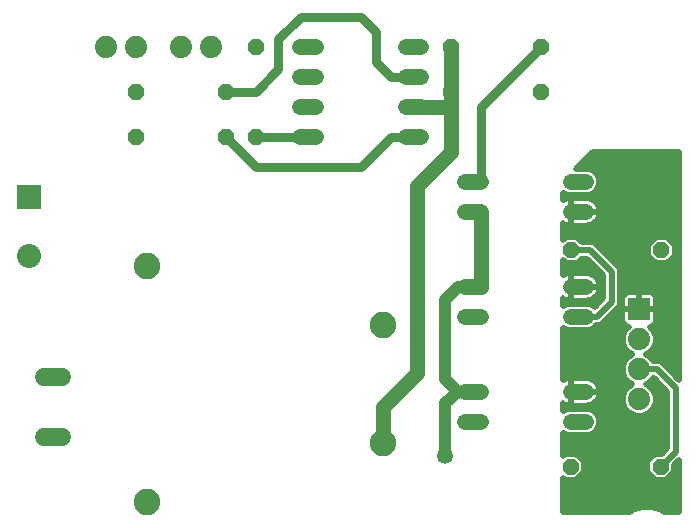
<source format=gtl>
G75*
%MOIN*%
%OFA0B0*%
%FSLAX24Y24*%
%IPPOS*%
%LPD*%
%AMOC8*
5,1,8,0,0,1.08239X$1,22.5*
%
%ADD10C,0.0886*%
%ADD11OC8,0.0520*%
%ADD12C,0.0600*%
%ADD13C,0.0520*%
%ADD14R,0.0800X0.0800*%
%ADD15C,0.0800*%
%ADD16C,0.0740*%
%ADD17R,0.0740X0.0740*%
%ADD18C,0.0400*%
%ADD19C,0.0500*%
%ADD20C,0.0300*%
%ADD21C,0.0531*%
%ADD22C,0.0200*%
D10*
X005474Y002923D03*
X013348Y004891D03*
X013348Y008828D03*
X005474Y010797D03*
D11*
X005100Y015100D03*
X005100Y016600D03*
X008100Y016600D03*
X008100Y015100D03*
X009100Y015100D03*
X009100Y018100D03*
X015600Y018100D03*
X015600Y016600D03*
X018600Y016600D03*
X018600Y018100D03*
X019631Y011319D03*
X022631Y011319D03*
X022600Y004100D03*
X019600Y004100D03*
D12*
X002650Y005100D02*
X002050Y005100D01*
X002050Y007100D02*
X002650Y007100D01*
D13*
X010580Y015100D02*
X011100Y015100D01*
X011100Y016100D02*
X010580Y016100D01*
X010580Y017100D02*
X011100Y017100D01*
X011100Y018100D02*
X010580Y018100D01*
X014100Y018100D02*
X014620Y018100D01*
X014620Y017100D02*
X014100Y017100D01*
X014100Y016100D02*
X014620Y016100D01*
X014620Y015100D02*
X014100Y015100D01*
X016080Y013600D02*
X016600Y013600D01*
X016600Y012600D02*
X016080Y012600D01*
X016080Y010100D02*
X016600Y010100D01*
X016600Y009100D02*
X016080Y009100D01*
X016080Y006600D02*
X016600Y006600D01*
X016600Y005600D02*
X016080Y005600D01*
X019600Y005600D02*
X020120Y005600D01*
X020120Y006600D02*
X019600Y006600D01*
X019600Y009100D02*
X020120Y009100D01*
X020120Y010100D02*
X019600Y010100D01*
X019600Y012600D02*
X020120Y012600D01*
X020120Y013600D02*
X019600Y013600D01*
D14*
X001538Y013100D03*
D15*
X001538Y011131D03*
D16*
X004100Y018100D03*
X005100Y018100D03*
X006600Y018100D03*
X007600Y018100D03*
X021893Y008344D03*
X021893Y007344D03*
X021893Y006344D03*
D17*
X021893Y009344D03*
D18*
X016600Y010100D02*
X015850Y010100D01*
X015413Y009663D01*
X015413Y007038D01*
X015850Y006600D01*
X015413Y006225D01*
X015413Y004475D01*
D19*
X013348Y004891D02*
X013348Y006098D01*
X014475Y007225D01*
X014475Y013475D01*
X015600Y014600D01*
X015600Y016600D01*
X015600Y018100D01*
X015600Y016600D02*
X015600Y016100D01*
X014100Y016100D01*
X016600Y012600D02*
X016600Y010100D01*
D20*
X016600Y006600D02*
X015850Y006600D01*
X016600Y013600D02*
X016600Y016100D01*
X018600Y018100D01*
X014100Y017100D02*
X013600Y017100D01*
X013100Y017600D01*
X013100Y018600D01*
X012600Y019100D01*
X010600Y019100D01*
X009850Y018350D01*
X009850Y017350D01*
X009100Y016600D01*
X008100Y016600D01*
X008100Y015100D02*
X009100Y014100D01*
X012600Y014100D01*
X013600Y015100D01*
X014100Y015100D01*
X011100Y015100D02*
X009100Y015100D01*
D21*
X015413Y004475D03*
D22*
X019350Y004472D02*
X019350Y005228D01*
X019351Y005227D01*
X019512Y005160D01*
X020208Y005160D01*
X020369Y005227D01*
X020493Y005351D01*
X020560Y005512D01*
X020560Y005688D01*
X020493Y005849D01*
X020369Y005973D01*
X020208Y006040D01*
X019512Y006040D01*
X019351Y005973D01*
X019350Y005972D01*
X019350Y006213D01*
X019359Y006207D01*
X019423Y006174D01*
X019492Y006151D01*
X019564Y006140D01*
X019600Y006140D01*
X020156Y006140D01*
X020228Y006151D01*
X020297Y006174D01*
X020361Y006207D01*
X020420Y006249D01*
X020471Y006300D01*
X020513Y006359D01*
X020546Y006423D01*
X020569Y006492D01*
X020580Y006564D01*
X020580Y006600D01*
X020580Y006636D01*
X020569Y006708D01*
X020546Y006777D01*
X020513Y006841D01*
X020471Y006900D01*
X020420Y006951D01*
X020361Y006993D01*
X020297Y007026D01*
X020228Y007049D01*
X020156Y007060D01*
X019600Y007060D01*
X019600Y006600D01*
X019600Y006600D01*
X020580Y006600D01*
X019600Y006600D01*
X019600Y006600D01*
X019600Y007060D01*
X019564Y007060D01*
X019492Y007049D01*
X019423Y007026D01*
X019359Y006993D01*
X019350Y006987D01*
X019350Y008728D01*
X019351Y008727D01*
X019512Y008660D01*
X020208Y008660D01*
X020369Y008727D01*
X020462Y008820D01*
X020531Y008820D01*
X020634Y008863D01*
X021134Y009363D01*
X021212Y009441D01*
X021255Y009544D01*
X021255Y010656D01*
X021212Y010759D01*
X020415Y011556D01*
X020312Y011599D01*
X019974Y011599D01*
X019814Y011759D01*
X019449Y011759D01*
X019350Y011659D01*
X019350Y012213D01*
X019359Y012207D01*
X019423Y012174D01*
X019492Y012151D01*
X019564Y012140D01*
X019600Y012140D01*
X020156Y012140D01*
X020228Y012151D01*
X020297Y012174D01*
X020361Y012207D01*
X020420Y012249D01*
X020471Y012300D01*
X020513Y012359D01*
X020546Y012423D01*
X020569Y012492D01*
X020580Y012564D01*
X020580Y012600D01*
X020580Y012636D01*
X020569Y012708D01*
X020546Y012777D01*
X020513Y012841D01*
X020471Y012900D01*
X020420Y012951D01*
X020361Y012993D01*
X020297Y013026D01*
X020228Y013049D01*
X020156Y013060D01*
X019600Y013060D01*
X019600Y012600D01*
X019600Y012600D01*
X020580Y012600D01*
X019600Y012600D01*
X019600Y012600D01*
X019600Y013060D01*
X019564Y013060D01*
X019492Y013049D01*
X019423Y013026D01*
X019359Y012993D01*
X019350Y012987D01*
X019350Y013228D01*
X019351Y013227D01*
X019512Y013160D01*
X020208Y013160D01*
X020369Y013227D01*
X020493Y013351D01*
X020560Y013512D01*
X020560Y013688D01*
X020493Y013849D01*
X020369Y013973D01*
X020208Y014040D01*
X019790Y014040D01*
X020350Y014600D01*
X023222Y014600D01*
X023222Y006999D01*
X022640Y007581D01*
X022537Y007624D01*
X022373Y007624D01*
X022360Y007656D01*
X022205Y007810D01*
X022123Y007844D01*
X022205Y007878D01*
X022360Y008033D01*
X022443Y008235D01*
X022443Y008453D01*
X022360Y008656D01*
X022241Y008774D01*
X022290Y008774D01*
X022341Y008788D01*
X022386Y008814D01*
X022423Y008851D01*
X022450Y008897D01*
X022463Y008948D01*
X022463Y009344D01*
X021893Y009344D01*
X021323Y009344D01*
X021323Y008948D01*
X021337Y008897D01*
X021363Y008851D01*
X021401Y008814D01*
X021446Y008788D01*
X021497Y008774D01*
X021545Y008774D01*
X021427Y008656D01*
X021343Y008453D01*
X021343Y008235D01*
X021427Y008033D01*
X021582Y007878D01*
X021663Y007844D01*
X021582Y007810D01*
X021427Y007656D01*
X021343Y007453D01*
X021343Y007235D01*
X021427Y007033D01*
X021582Y006878D01*
X021663Y006844D01*
X021582Y006810D01*
X021427Y006656D01*
X021343Y006453D01*
X021343Y006235D01*
X021427Y006033D01*
X021582Y005878D01*
X021784Y005794D01*
X022003Y005794D01*
X022205Y005878D01*
X022360Y006033D01*
X022443Y006235D01*
X022443Y006453D01*
X022360Y006656D01*
X022205Y006810D01*
X022123Y006844D01*
X022205Y006878D01*
X022360Y007033D01*
X022370Y007059D01*
X022820Y006609D01*
X022820Y004716D01*
X022644Y004540D01*
X022418Y004540D01*
X022160Y004282D01*
X022160Y003918D01*
X022418Y003660D01*
X022782Y003660D01*
X023040Y003918D01*
X023040Y004144D01*
X023222Y004326D01*
X023222Y002600D01*
X022726Y002600D01*
X022568Y002691D01*
X022291Y002765D01*
X022004Y002765D01*
X021726Y002691D01*
X021569Y002600D01*
X019350Y002600D01*
X019350Y003728D01*
X019418Y003660D01*
X019782Y003660D01*
X020040Y003918D01*
X020040Y004282D01*
X019782Y004540D01*
X019418Y004540D01*
X019350Y004472D01*
X019350Y004666D02*
X022770Y004666D01*
X022820Y004864D02*
X019350Y004864D01*
X019350Y005063D02*
X022820Y005063D01*
X022820Y005261D02*
X020403Y005261D01*
X020538Y005460D02*
X022820Y005460D01*
X022820Y005658D02*
X020560Y005658D01*
X020486Y005857D02*
X021633Y005857D01*
X021418Y006055D02*
X019350Y006055D01*
X019600Y006140D02*
X019600Y006600D01*
X019600Y006140D01*
X019600Y006254D02*
X019600Y006254D01*
X019600Y006452D02*
X019600Y006452D01*
X019600Y006600D02*
X019600Y006600D01*
X019600Y006651D02*
X019600Y006651D01*
X019600Y006849D02*
X019600Y006849D01*
X019600Y007048D02*
X019600Y007048D01*
X019489Y007048D02*
X019350Y007048D01*
X019350Y007246D02*
X021343Y007246D01*
X021343Y007445D02*
X019350Y007445D01*
X019350Y007643D02*
X021422Y007643D01*
X021657Y007842D02*
X019350Y007842D01*
X019350Y008040D02*
X021424Y008040D01*
X021343Y008239D02*
X019350Y008239D01*
X019350Y008437D02*
X021343Y008437D01*
X021419Y008636D02*
X019350Y008636D01*
X019600Y009100D02*
X020475Y009100D01*
X020975Y009600D01*
X020975Y010600D01*
X020256Y011319D01*
X019631Y011319D01*
X019953Y011018D02*
X020162Y011018D01*
X020141Y011039D02*
X020695Y010484D01*
X020695Y009716D01*
X020411Y009432D01*
X020369Y009473D01*
X020208Y009540D01*
X019512Y009540D01*
X019351Y009473D01*
X019350Y009472D01*
X019350Y009713D01*
X019359Y009707D01*
X019423Y009674D01*
X019492Y009651D01*
X019564Y009640D01*
X019600Y009640D01*
X020156Y009640D01*
X020228Y009651D01*
X020297Y009674D01*
X020361Y009707D01*
X020420Y009749D01*
X020471Y009800D01*
X020513Y009859D01*
X020546Y009923D01*
X020569Y009992D01*
X020580Y010064D01*
X020580Y010100D01*
X020580Y010136D01*
X020569Y010208D01*
X020546Y010277D01*
X020513Y010341D01*
X020471Y010400D01*
X020420Y010451D01*
X020361Y010493D01*
X020297Y010526D01*
X020228Y010549D01*
X020156Y010560D01*
X019600Y010560D01*
X019600Y010100D01*
X019600Y010100D01*
X020580Y010100D01*
X019600Y010100D01*
X019600Y010100D01*
X019600Y010560D01*
X019564Y010560D01*
X019492Y010549D01*
X019423Y010526D01*
X019359Y010493D01*
X019350Y010487D01*
X019350Y010978D01*
X019449Y010879D01*
X019814Y010879D01*
X019974Y011039D01*
X020141Y011039D01*
X020360Y010819D02*
X019350Y010819D01*
X019350Y010621D02*
X020559Y010621D01*
X020449Y010422D02*
X020695Y010422D01*
X020695Y010224D02*
X020564Y010224D01*
X020574Y010025D02*
X020695Y010025D01*
X020695Y009827D02*
X020490Y009827D01*
X020607Y009628D02*
X019350Y009628D01*
X019600Y009640D02*
X019600Y010100D01*
X019600Y009640D01*
X019600Y009827D02*
X019600Y009827D01*
X019600Y010025D02*
X019600Y010025D01*
X019600Y010100D02*
X019600Y010100D01*
X019600Y010224D02*
X019600Y010224D01*
X019600Y010422D02*
X019600Y010422D01*
X020556Y011415D02*
X022191Y011415D01*
X022191Y011501D02*
X022191Y011136D01*
X022449Y010879D01*
X022814Y010879D01*
X023071Y011136D01*
X023071Y011501D01*
X022814Y011759D01*
X022449Y011759D01*
X022191Y011501D01*
X022304Y011613D02*
X019959Y011613D01*
X019350Y011812D02*
X023222Y011812D01*
X023222Y012010D02*
X019350Y012010D01*
X019350Y012209D02*
X019356Y012209D01*
X019600Y012209D02*
X019600Y012209D01*
X019600Y012140D02*
X019600Y012600D01*
X019600Y012600D01*
X019600Y012140D01*
X019600Y012407D02*
X019600Y012407D01*
X019600Y012606D02*
X019600Y012606D01*
X019600Y012804D02*
X019600Y012804D01*
X019600Y013003D02*
X019600Y013003D01*
X019377Y013003D02*
X019350Y013003D01*
X019350Y013201D02*
X019413Y013201D01*
X020307Y013201D02*
X023222Y013201D01*
X023222Y013003D02*
X020343Y013003D01*
X020532Y012804D02*
X023222Y012804D01*
X023222Y012606D02*
X020580Y012606D01*
X020538Y012407D02*
X023222Y012407D01*
X023222Y012209D02*
X020364Y012209D01*
X020755Y011216D02*
X022191Y011216D01*
X022310Y011018D02*
X020953Y011018D01*
X021152Y010819D02*
X023222Y010819D01*
X023222Y010621D02*
X021255Y010621D01*
X021255Y010422D02*
X023222Y010422D01*
X023222Y010224D02*
X021255Y010224D01*
X021255Y010025D02*
X023222Y010025D01*
X023222Y009827D02*
X022429Y009827D01*
X022423Y009837D02*
X022386Y009874D01*
X022341Y009900D01*
X022290Y009914D01*
X021893Y009914D01*
X021497Y009914D01*
X021446Y009900D01*
X021401Y009874D01*
X021363Y009837D01*
X021337Y009791D01*
X021323Y009740D01*
X021323Y009344D01*
X021893Y009344D01*
X021893Y009344D01*
X021893Y009914D01*
X021893Y009344D01*
X021893Y009344D01*
X021893Y009344D01*
X022463Y009344D01*
X022463Y009740D01*
X022450Y009791D01*
X022423Y009837D01*
X022463Y009628D02*
X023222Y009628D01*
X023222Y009430D02*
X022463Y009430D01*
X022463Y009231D02*
X023222Y009231D01*
X023222Y009033D02*
X022463Y009033D01*
X022406Y008834D02*
X023222Y008834D01*
X023222Y008636D02*
X022368Y008636D01*
X022443Y008437D02*
X023222Y008437D01*
X023222Y008239D02*
X022443Y008239D01*
X022363Y008040D02*
X023222Y008040D01*
X023222Y007842D02*
X022130Y007842D01*
X022365Y007643D02*
X023222Y007643D01*
X023222Y007445D02*
X022776Y007445D01*
X022975Y007246D02*
X023222Y007246D01*
X023222Y007048D02*
X023173Y007048D01*
X023100Y006725D02*
X023100Y004600D01*
X022600Y004100D01*
X022206Y003872D02*
X019994Y003872D01*
X020040Y004070D02*
X022160Y004070D01*
X022160Y004269D02*
X020040Y004269D01*
X019855Y004467D02*
X022345Y004467D01*
X023040Y004070D02*
X023222Y004070D01*
X023222Y003872D02*
X022994Y003872D01*
X022795Y003673D02*
X023222Y003673D01*
X023222Y003475D02*
X019350Y003475D01*
X019350Y003673D02*
X019405Y003673D01*
X019795Y003673D02*
X022405Y003673D01*
X023222Y003276D02*
X019350Y003276D01*
X019350Y003078D02*
X023222Y003078D01*
X023222Y002879D02*
X019350Y002879D01*
X019350Y002681D02*
X021708Y002681D01*
X022586Y002681D02*
X023222Y002681D01*
X023222Y004269D02*
X023164Y004269D01*
X022820Y005857D02*
X022153Y005857D01*
X022369Y006055D02*
X022820Y006055D01*
X022820Y006254D02*
X022443Y006254D01*
X022443Y006452D02*
X022820Y006452D01*
X022779Y006651D02*
X022362Y006651D01*
X022580Y006849D02*
X022135Y006849D01*
X022366Y007048D02*
X022382Y007048D01*
X022481Y007344D02*
X023100Y006725D01*
X022481Y007344D02*
X021893Y007344D01*
X021651Y006849D02*
X020508Y006849D01*
X020578Y006651D02*
X021425Y006651D01*
X021343Y006452D02*
X020556Y006452D01*
X020424Y006254D02*
X021343Y006254D01*
X021421Y007048D02*
X020231Y007048D01*
X020565Y008834D02*
X021381Y008834D01*
X021323Y009033D02*
X020803Y009033D01*
X021002Y009231D02*
X021323Y009231D01*
X021323Y009430D02*
X021200Y009430D01*
X021255Y009628D02*
X021323Y009628D01*
X021357Y009827D02*
X021255Y009827D01*
X021893Y009827D02*
X021893Y009827D01*
X021893Y009628D02*
X021893Y009628D01*
X021893Y009430D02*
X021893Y009430D01*
X022953Y011018D02*
X023222Y011018D01*
X023222Y011216D02*
X023071Y011216D01*
X023071Y011415D02*
X023222Y011415D01*
X023222Y011613D02*
X022959Y011613D01*
X023222Y013400D02*
X020513Y013400D01*
X020560Y013598D02*
X023222Y013598D01*
X023222Y013797D02*
X020515Y013797D01*
X020316Y013995D02*
X023222Y013995D01*
X023222Y014194D02*
X019944Y014194D01*
X020142Y014392D02*
X023222Y014392D01*
X023222Y014591D02*
X020341Y014591D01*
M02*

</source>
